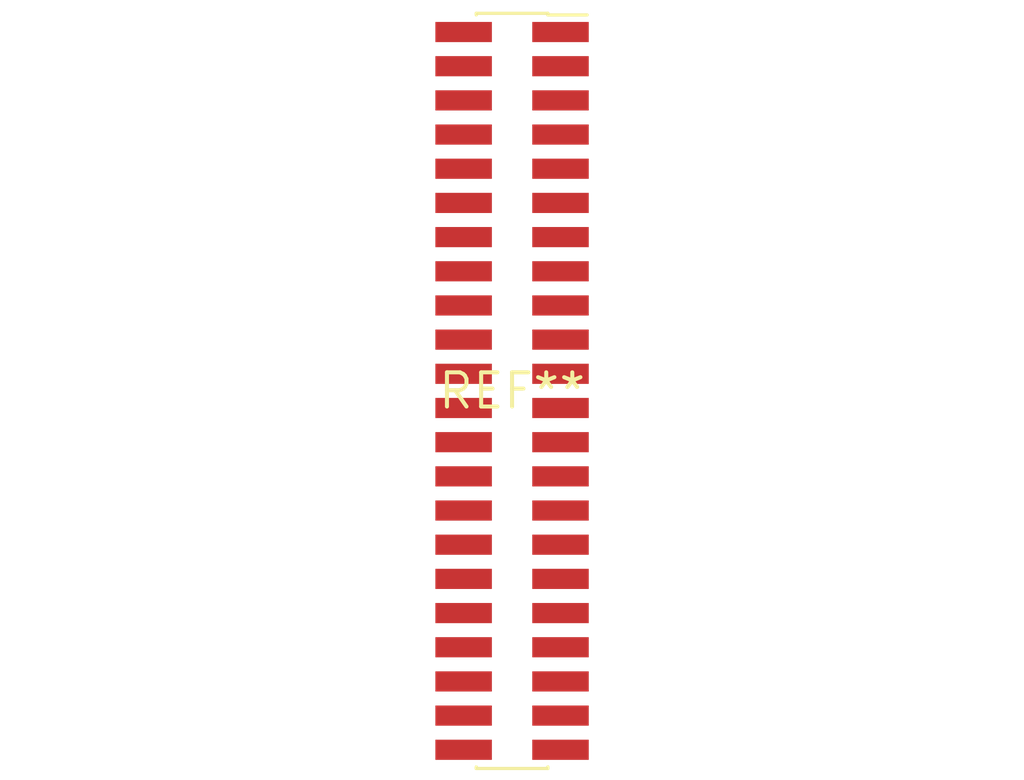
<source format=kicad_pcb>
(kicad_pcb (version 20240108) (generator pcbnew)
  (layers (0 "F.Cu" signal) (31 "B.Cu" signal) (34 "B.Paste" user) (35 "F.Paste" user) (36 "B.SilkS" user "B.Silkscreen") (37 "F.SilkS" user "F.Silkscreen") (38 "B.Mask" user) (39 "F.Mask" user) (44 "Edge.Cuts" user))
  (net 0 "")
  (footprint "PinSocket_2x22_P1.27mm_Vertical_SMD" (layer "F.Cu") (at 0 0)
    (property "Reference" "REF**")
    (property "Value" "PinSocket_2x22_P1.27mm_Vertical_SMD")
    (fp_line (start -1.33 -14.03) (end -1.33 -13.97) (layer "F.SilkS") (stroke (width 0.12)))
    (fp_line (start -1.33 -14.03) (end 1.33 -14.03) (layer "F.SilkS") (stroke (width 0.12)))
    (fp_line (start -1.33 13.97) (end -1.33 14.03) (layer "F.SilkS") (stroke (width 0.12)))
    (fp_line (start -1.33 14.03) (end 1.33 14.03) (layer "F.SilkS") (stroke (width 0.12)))
    (fp_line (start 1.33 -14.03) (end 1.33 -13.97) (layer "F.SilkS") (stroke (width 0.12)))
    (fp_line (start 1.33 -13.97) (end 2.79 -13.97) (layer "F.SilkS") (stroke (width 0.12)))
    (fp_line (start 1.33 13.97) (end 1.33 14.03) (layer "F.SilkS") (stroke (width 0.12)))
    (pad "1" smd rect (at 1.8 -13.335) (size 2.1 0.75) (layers "F.Cu" "F.Paste" "F.Mask"))
    (pad "2" smd rect (at -1.8 -13.335) (size 2.1 0.75) (layers "F.Cu" "F.Paste" "F.Mask"))
    (pad "3" smd rect (at 1.8 -12.065) (size 2.1 0.75) (layers "F.Cu" "F.Paste" "F.Mask"))
    (pad "4" smd rect (at -1.8 -12.065) (size 2.1 0.75) (layers "F.Cu" "F.Paste" "F.Mask"))
    (pad "5" smd rect (at 1.8 -10.795) (size 2.1 0.75) (layers "F.Cu" "F.Paste" "F.Mask"))
    (pad "6" smd rect (at -1.8 -10.795) (size 2.1 0.75) (layers "F.Cu" "F.Paste" "F.Mask"))
    (pad "7" smd rect (at 1.8 -9.525) (size 2.1 0.75) (layers "F.Cu" "F.Paste" "F.Mask"))
    (pad "8" smd rect (at -1.8 -9.525) (size 2.1 0.75) (layers "F.Cu" "F.Paste" "F.Mask"))
    (pad "9" smd rect (at 1.8 -8.255) (size 2.1 0.75) (layers "F.Cu" "F.Paste" "F.Mask"))
    (pad "10" smd rect (at -1.8 -8.255) (size 2.1 0.75) (layers "F.Cu" "F.Paste" "F.Mask"))
    (pad "11" smd rect (at 1.8 -6.985) (size 2.1 0.75) (layers "F.Cu" "F.Paste" "F.Mask"))
    (pad "12" smd rect (at -1.8 -6.985) (size 2.1 0.75) (layers "F.Cu" "F.Paste" "F.Mask"))
    (pad "13" smd rect (at 1.8 -5.715) (size 2.1 0.75) (layers "F.Cu" "F.Paste" "F.Mask"))
    (pad "14" smd rect (at -1.8 -5.715) (size 2.1 0.75) (layers "F.Cu" "F.Paste" "F.Mask"))
    (pad "15" smd rect (at 1.8 -4.445) (size 2.1 0.75) (layers "F.Cu" "F.Paste" "F.Mask"))
    (pad "16" smd rect (at -1.8 -4.445) (size 2.1 0.75) (layers "F.Cu" "F.Paste" "F.Mask"))
    (pad "17" smd rect (at 1.8 -3.175) (size 2.1 0.75) (layers "F.Cu" "F.Paste" "F.Mask"))
    (pad "18" smd rect (at -1.8 -3.175) (size 2.1 0.75) (layers "F.Cu" "F.Paste" "F.Mask"))
    (pad "19" smd rect (at 1.8 -1.905) (size 2.1 0.75) (layers "F.Cu" "F.Paste" "F.Mask"))
    (pad "20" smd rect (at -1.8 -1.905) (size 2.1 0.75) (layers "F.Cu" "F.Paste" "F.Mask"))
    (pad "21" smd rect (at 1.8 -0.635) (size 2.1 0.75) (layers "F.Cu" "F.Paste" "F.Mask"))
    (pad "22" smd rect (at -1.8 -0.635) (size 2.1 0.75) (layers "F.Cu" "F.Paste" "F.Mask"))
    (pad "23" smd rect (at 1.8 0.635) (size 2.1 0.75) (layers "F.Cu" "F.Paste" "F.Mask"))
    (pad "24" smd rect (at -1.8 0.635) (size 2.1 0.75) (layers "F.Cu" "F.Paste" "F.Mask"))
    (pad "25" smd rect (at 1.8 1.905) (size 2.1 0.75) (layers "F.Cu" "F.Paste" "F.Mask"))
    (pad "26" smd rect (at -1.8 1.905) (size 2.1 0.75) (layers "F.Cu" "F.Paste" "F.Mask"))
    (pad "27" smd rect (at 1.8 3.175) (size 2.1 0.75) (layers "F.Cu" "F.Paste" "F.Mask"))
    (pad "28" smd rect (at -1.8 3.175) (size 2.1 0.75) (layers "F.Cu" "F.Paste" "F.Mask"))
    (pad "29" smd rect (at 1.8 4.445) (size 2.1 0.75) (layers "F.Cu" "F.Paste" "F.Mask"))
    (pad "30" smd rect (at -1.8 4.445) (size 2.1 0.75) (layers "F.Cu" "F.Paste" "F.Mask"))
    (pad "31" smd rect (at 1.8 5.715) (size 2.1 0.75) (layers "F.Cu" "F.Paste" "F.Mask"))
    (pad "32" smd rect (at -1.8 5.715) (size 2.1 0.75) (layers "F.Cu" "F.Paste" "F.Mask"))
    (pad "33" smd rect (at 1.8 6.985) (size 2.1 0.75) (layers "F.Cu" "F.Paste" "F.Mask"))
    (pad "34" smd rect (at -1.8 6.985) (size 2.1 0.75) (layers "F.Cu" "F.Paste" "F.Mask"))
    (pad "35" smd rect (at 1.8 8.255) (size 2.1 0.75) (layers "F.Cu" "F.Paste" "F.Mask"))
    (pad "36" smd rect (at -1.8 8.255) (size 2.1 0.75) (layers "F.Cu" "F.Paste" "F.Mask"))
    (pad "37" smd rect (at 1.8 9.525) (size 2.1 0.75) (layers "F.Cu" "F.Paste" "F.Mask"))
    (pad "38" smd rect (at -1.8 9.525) (size 2.1 0.75) (layers "F.Cu" "F.Paste" "F.Mask"))
    (pad "39" smd rect (at 1.8 10.795) (size 2.1 0.75) (layers "F.Cu" "F.Paste" "F.Mask"))
    (pad "40" smd rect (at -1.8 10.795) (size 2.1 0.75) (layers "F.Cu" "F.Paste" "F.Mask"))
    (pad "41" smd rect (at 1.8 12.065) (size 2.1 0.75) (layers "F.Cu" "F.Paste" "F.Mask"))
    (pad "42" smd rect (at -1.8 12.065) (size 2.1 0.75) (layers "F.Cu" "F.Paste" "F.Mask"))
    (pad "43" smd rect (at 1.8 13.335) (size 2.1 0.75) (layers "F.Cu" "F.Paste" "F.Mask"))
    (pad "44" smd rect (at -1.8 13.335) (size 2.1 0.75) (layers "F.Cu" "F.Paste" "F.Mask"))
  )
)
</source>
